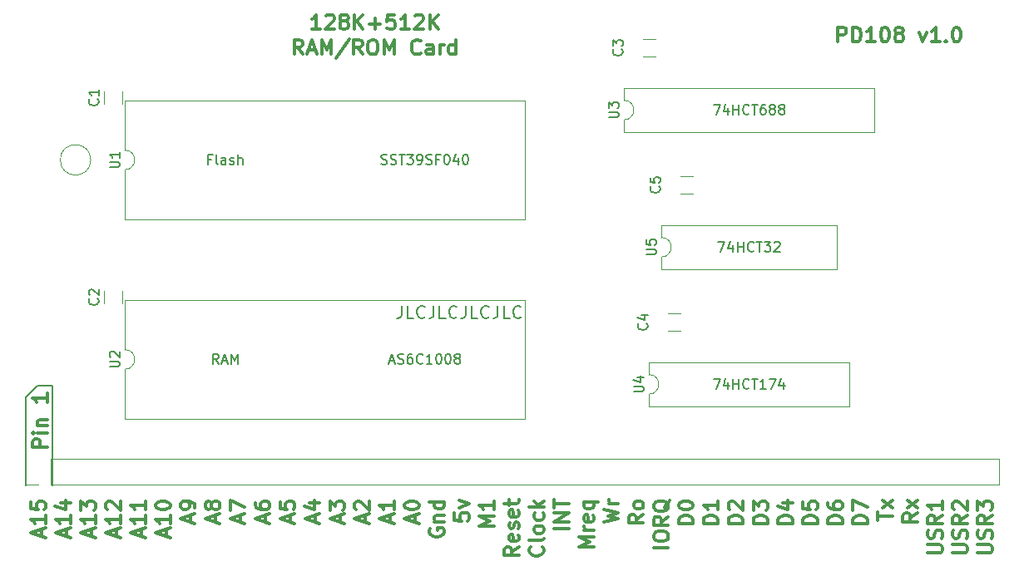
<source format=gbr>
%TF.GenerationSoftware,KiCad,Pcbnew,(5.1.9)-1*%
%TF.CreationDate,2021-02-18T01:59:31-08:00*%
%TF.ProjectId,rc-640k,72632d36-3430-46b2-9e6b-696361645f70,rev?*%
%TF.SameCoordinates,PX9157080PY9071968*%
%TF.FileFunction,Legend,Top*%
%TF.FilePolarity,Positive*%
%FSLAX46Y46*%
G04 Gerber Fmt 4.6, Leading zero omitted, Abs format (unit mm)*
G04 Created by KiCad (PCBNEW (5.1.9)-1) date 2021-02-18 01:59:31*
%MOMM*%
%LPD*%
G01*
G04 APERTURE LIST*
%ADD10C,0.300000*%
%ADD11C,0.150000*%
%ADD12C,0.200000*%
%ADD13C,0.120000*%
%ADD14C,0.100000*%
G04 APERTURE END LIST*
D10*
X82685714Y45371629D02*
X82685714Y46871629D01*
X83257142Y46871629D01*
X83400000Y46800200D01*
X83471428Y46728772D01*
X83542857Y46585915D01*
X83542857Y46371629D01*
X83471428Y46228772D01*
X83400000Y46157343D01*
X83257142Y46085915D01*
X82685714Y46085915D01*
X84185714Y45371629D02*
X84185714Y46871629D01*
X84542857Y46871629D01*
X84757142Y46800200D01*
X84900000Y46657343D01*
X84971428Y46514486D01*
X85042857Y46228772D01*
X85042857Y46014486D01*
X84971428Y45728772D01*
X84900000Y45585915D01*
X84757142Y45443058D01*
X84542857Y45371629D01*
X84185714Y45371629D01*
X86471428Y45371629D02*
X85614285Y45371629D01*
X86042857Y45371629D02*
X86042857Y46871629D01*
X85900000Y46657343D01*
X85757142Y46514486D01*
X85614285Y46443058D01*
X87400000Y46871629D02*
X87542857Y46871629D01*
X87685714Y46800200D01*
X87757142Y46728772D01*
X87828571Y46585915D01*
X87900000Y46300200D01*
X87900000Y45943058D01*
X87828571Y45657343D01*
X87757142Y45514486D01*
X87685714Y45443058D01*
X87542857Y45371629D01*
X87400000Y45371629D01*
X87257142Y45443058D01*
X87185714Y45514486D01*
X87114285Y45657343D01*
X87042857Y45943058D01*
X87042857Y46300200D01*
X87114285Y46585915D01*
X87185714Y46728772D01*
X87257142Y46800200D01*
X87400000Y46871629D01*
X88757142Y46228772D02*
X88614285Y46300200D01*
X88542857Y46371629D01*
X88471428Y46514486D01*
X88471428Y46585915D01*
X88542857Y46728772D01*
X88614285Y46800200D01*
X88757142Y46871629D01*
X89042857Y46871629D01*
X89185714Y46800200D01*
X89257142Y46728772D01*
X89328571Y46585915D01*
X89328571Y46514486D01*
X89257142Y46371629D01*
X89185714Y46300200D01*
X89042857Y46228772D01*
X88757142Y46228772D01*
X88614285Y46157343D01*
X88542857Y46085915D01*
X88471428Y45943058D01*
X88471428Y45657343D01*
X88542857Y45514486D01*
X88614285Y45443058D01*
X88757142Y45371629D01*
X89042857Y45371629D01*
X89185714Y45443058D01*
X89257142Y45514486D01*
X89328571Y45657343D01*
X89328571Y45943058D01*
X89257142Y46085915D01*
X89185714Y46157343D01*
X89042857Y46228772D01*
X90971428Y46371629D02*
X91328571Y45371629D01*
X91685714Y46371629D01*
X93042857Y45371629D02*
X92185714Y45371629D01*
X92614285Y45371629D02*
X92614285Y46871629D01*
X92471428Y46657343D01*
X92328571Y46514486D01*
X92185714Y46443058D01*
X93685714Y45514486D02*
X93757142Y45443058D01*
X93685714Y45371629D01*
X93614285Y45443058D01*
X93685714Y45514486D01*
X93685714Y45371629D01*
X94685714Y46871629D02*
X94828571Y46871629D01*
X94971428Y46800200D01*
X95042857Y46728772D01*
X95114285Y46585915D01*
X95185714Y46300200D01*
X95185714Y45943058D01*
X95114285Y45657343D01*
X95042857Y45514486D01*
X94971428Y45443058D01*
X94828571Y45371629D01*
X94685714Y45371629D01*
X94542857Y45443058D01*
X94471428Y45514486D01*
X94400000Y45657343D01*
X94328571Y45943058D01*
X94328571Y46300200D01*
X94400000Y46585915D01*
X94471428Y46728772D01*
X94542857Y46800200D01*
X94685714Y46871629D01*
D11*
X19629523Y12577820D02*
X19296190Y13054010D01*
X19058095Y12577820D02*
X19058095Y13577820D01*
X19439047Y13577820D01*
X19534285Y13530200D01*
X19581904Y13482581D01*
X19629523Y13387343D01*
X19629523Y13244486D01*
X19581904Y13149248D01*
X19534285Y13101629D01*
X19439047Y13054010D01*
X19058095Y13054010D01*
X20010476Y12863534D02*
X20486666Y12863534D01*
X19915238Y12577820D02*
X20248571Y13577820D01*
X20581904Y12577820D01*
X20915238Y12577820D02*
X20915238Y13577820D01*
X21248571Y12863534D01*
X21581904Y13577820D01*
X21581904Y12577820D01*
X18891428Y33421629D02*
X18558095Y33421629D01*
X18558095Y32897820D02*
X18558095Y33897820D01*
X19034285Y33897820D01*
X19558095Y32897820D02*
X19462857Y32945439D01*
X19415238Y33040677D01*
X19415238Y33897820D01*
X20367619Y32897820D02*
X20367619Y33421629D01*
X20320000Y33516867D01*
X20224761Y33564486D01*
X20034285Y33564486D01*
X19939047Y33516867D01*
X20367619Y32945439D02*
X20272380Y32897820D01*
X20034285Y32897820D01*
X19939047Y32945439D01*
X19891428Y33040677D01*
X19891428Y33135915D01*
X19939047Y33231153D01*
X20034285Y33278772D01*
X20272380Y33278772D01*
X20367619Y33326391D01*
X20796190Y32945439D02*
X20891428Y32897820D01*
X21081904Y32897820D01*
X21177142Y32945439D01*
X21224761Y33040677D01*
X21224761Y33088296D01*
X21177142Y33183534D01*
X21081904Y33231153D01*
X20939047Y33231153D01*
X20843809Y33278772D01*
X20796190Y33374010D01*
X20796190Y33421629D01*
X20843809Y33516867D01*
X20939047Y33564486D01*
X21081904Y33564486D01*
X21177142Y33516867D01*
X21653333Y32897820D02*
X21653333Y33897820D01*
X22081904Y32897820D02*
X22081904Y33421629D01*
X22034285Y33516867D01*
X21939047Y33564486D01*
X21796190Y33564486D01*
X21700952Y33516867D01*
X21653333Y33469248D01*
X38266309Y18488177D02*
X38266309Y17581034D01*
X38205833Y17399605D01*
X38084880Y17278653D01*
X37903452Y17218177D01*
X37782500Y17218177D01*
X39475833Y17218177D02*
X38871071Y17218177D01*
X38871071Y18488177D01*
X40624880Y17339129D02*
X40564404Y17278653D01*
X40382976Y17218177D01*
X40262023Y17218177D01*
X40080595Y17278653D01*
X39959642Y17399605D01*
X39899166Y17520558D01*
X39838690Y17762462D01*
X39838690Y17943891D01*
X39899166Y18185796D01*
X39959642Y18306748D01*
X40080595Y18427700D01*
X40262023Y18488177D01*
X40382976Y18488177D01*
X40564404Y18427700D01*
X40624880Y18367224D01*
X41532023Y18488177D02*
X41532023Y17581034D01*
X41471547Y17399605D01*
X41350595Y17278653D01*
X41169166Y17218177D01*
X41048214Y17218177D01*
X42741547Y17218177D02*
X42136785Y17218177D01*
X42136785Y18488177D01*
X43890595Y17339129D02*
X43830119Y17278653D01*
X43648690Y17218177D01*
X43527738Y17218177D01*
X43346309Y17278653D01*
X43225357Y17399605D01*
X43164880Y17520558D01*
X43104404Y17762462D01*
X43104404Y17943891D01*
X43164880Y18185796D01*
X43225357Y18306748D01*
X43346309Y18427700D01*
X43527738Y18488177D01*
X43648690Y18488177D01*
X43830119Y18427700D01*
X43890595Y18367224D01*
X44797738Y18488177D02*
X44797738Y17581034D01*
X44737261Y17399605D01*
X44616309Y17278653D01*
X44434880Y17218177D01*
X44313928Y17218177D01*
X46007261Y17218177D02*
X45402500Y17218177D01*
X45402500Y18488177D01*
X47156309Y17339129D02*
X47095833Y17278653D01*
X46914404Y17218177D01*
X46793452Y17218177D01*
X46612023Y17278653D01*
X46491071Y17399605D01*
X46430595Y17520558D01*
X46370119Y17762462D01*
X46370119Y17943891D01*
X46430595Y18185796D01*
X46491071Y18306748D01*
X46612023Y18427700D01*
X46793452Y18488177D01*
X46914404Y18488177D01*
X47095833Y18427700D01*
X47156309Y18367224D01*
X48063452Y18488177D02*
X48063452Y17581034D01*
X48002976Y17399605D01*
X47882023Y17278653D01*
X47700595Y17218177D01*
X47579642Y17218177D01*
X49272976Y17218177D02*
X48668214Y17218177D01*
X48668214Y18488177D01*
X50422023Y17339129D02*
X50361547Y17278653D01*
X50180119Y17218177D01*
X50059166Y17218177D01*
X49877738Y17278653D01*
X49756785Y17399605D01*
X49696309Y17520558D01*
X49635833Y17762462D01*
X49635833Y17943891D01*
X49696309Y18185796D01*
X49756785Y18306748D01*
X49877738Y18427700D01*
X50059166Y18488177D01*
X50180119Y18488177D01*
X50361547Y18427700D01*
X50422023Y18367224D01*
D10*
X29988571Y46646629D02*
X29131428Y46646629D01*
X29560000Y46646629D02*
X29560000Y48146629D01*
X29417142Y47932343D01*
X29274285Y47789486D01*
X29131428Y47718058D01*
X30560000Y48003772D02*
X30631428Y48075200D01*
X30774285Y48146629D01*
X31131428Y48146629D01*
X31274285Y48075200D01*
X31345714Y48003772D01*
X31417142Y47860915D01*
X31417142Y47718058D01*
X31345714Y47503772D01*
X30488571Y46646629D01*
X31417142Y46646629D01*
X32274285Y47503772D02*
X32131428Y47575200D01*
X32060000Y47646629D01*
X31988571Y47789486D01*
X31988571Y47860915D01*
X32060000Y48003772D01*
X32131428Y48075200D01*
X32274285Y48146629D01*
X32560000Y48146629D01*
X32702857Y48075200D01*
X32774285Y48003772D01*
X32845714Y47860915D01*
X32845714Y47789486D01*
X32774285Y47646629D01*
X32702857Y47575200D01*
X32560000Y47503772D01*
X32274285Y47503772D01*
X32131428Y47432343D01*
X32060000Y47360915D01*
X31988571Y47218058D01*
X31988571Y46932343D01*
X32060000Y46789486D01*
X32131428Y46718058D01*
X32274285Y46646629D01*
X32560000Y46646629D01*
X32702857Y46718058D01*
X32774285Y46789486D01*
X32845714Y46932343D01*
X32845714Y47218058D01*
X32774285Y47360915D01*
X32702857Y47432343D01*
X32560000Y47503772D01*
X33488571Y46646629D02*
X33488571Y48146629D01*
X34345714Y46646629D02*
X33702857Y47503772D01*
X34345714Y48146629D02*
X33488571Y47289486D01*
X34988571Y47218058D02*
X36131428Y47218058D01*
X35560000Y46646629D02*
X35560000Y47789486D01*
X37560000Y48146629D02*
X36845714Y48146629D01*
X36774285Y47432343D01*
X36845714Y47503772D01*
X36988571Y47575200D01*
X37345714Y47575200D01*
X37488571Y47503772D01*
X37560000Y47432343D01*
X37631428Y47289486D01*
X37631428Y46932343D01*
X37560000Y46789486D01*
X37488571Y46718058D01*
X37345714Y46646629D01*
X36988571Y46646629D01*
X36845714Y46718058D01*
X36774285Y46789486D01*
X39060000Y46646629D02*
X38202857Y46646629D01*
X38631428Y46646629D02*
X38631428Y48146629D01*
X38488571Y47932343D01*
X38345714Y47789486D01*
X38202857Y47718058D01*
X39631428Y48003772D02*
X39702857Y48075200D01*
X39845714Y48146629D01*
X40202857Y48146629D01*
X40345714Y48075200D01*
X40417142Y48003772D01*
X40488571Y47860915D01*
X40488571Y47718058D01*
X40417142Y47503772D01*
X39560000Y46646629D01*
X40488571Y46646629D01*
X41131428Y46646629D02*
X41131428Y48146629D01*
X41988571Y46646629D02*
X41345714Y47503772D01*
X41988571Y48146629D02*
X41131428Y47289486D01*
X28202857Y44096629D02*
X27702857Y44810915D01*
X27345714Y44096629D02*
X27345714Y45596629D01*
X27917142Y45596629D01*
X28060000Y45525200D01*
X28131428Y45453772D01*
X28202857Y45310915D01*
X28202857Y45096629D01*
X28131428Y44953772D01*
X28060000Y44882343D01*
X27917142Y44810915D01*
X27345714Y44810915D01*
X28774285Y44525200D02*
X29488571Y44525200D01*
X28631428Y44096629D02*
X29131428Y45596629D01*
X29631428Y44096629D01*
X30131428Y44096629D02*
X30131428Y45596629D01*
X30631428Y44525200D01*
X31131428Y45596629D01*
X31131428Y44096629D01*
X32917142Y45668058D02*
X31631428Y43739486D01*
X34274285Y44096629D02*
X33774285Y44810915D01*
X33417142Y44096629D02*
X33417142Y45596629D01*
X33988571Y45596629D01*
X34131428Y45525200D01*
X34202857Y45453772D01*
X34274285Y45310915D01*
X34274285Y45096629D01*
X34202857Y44953772D01*
X34131428Y44882343D01*
X33988571Y44810915D01*
X33417142Y44810915D01*
X35202857Y45596629D02*
X35488571Y45596629D01*
X35631428Y45525200D01*
X35774285Y45382343D01*
X35845714Y45096629D01*
X35845714Y44596629D01*
X35774285Y44310915D01*
X35631428Y44168058D01*
X35488571Y44096629D01*
X35202857Y44096629D01*
X35060000Y44168058D01*
X34917142Y44310915D01*
X34845714Y44596629D01*
X34845714Y45096629D01*
X34917142Y45382343D01*
X35060000Y45525200D01*
X35202857Y45596629D01*
X36488571Y44096629D02*
X36488571Y45596629D01*
X36988571Y44525200D01*
X37488571Y45596629D01*
X37488571Y44096629D01*
X40202857Y44239486D02*
X40131428Y44168058D01*
X39917142Y44096629D01*
X39774285Y44096629D01*
X39560000Y44168058D01*
X39417142Y44310915D01*
X39345714Y44453772D01*
X39274285Y44739486D01*
X39274285Y44953772D01*
X39345714Y45239486D01*
X39417142Y45382343D01*
X39560000Y45525200D01*
X39774285Y45596629D01*
X39917142Y45596629D01*
X40131428Y45525200D01*
X40202857Y45453772D01*
X41488571Y44096629D02*
X41488571Y44882343D01*
X41417142Y45025200D01*
X41274285Y45096629D01*
X40988571Y45096629D01*
X40845714Y45025200D01*
X41488571Y44168058D02*
X41345714Y44096629D01*
X40988571Y44096629D01*
X40845714Y44168058D01*
X40774285Y44310915D01*
X40774285Y44453772D01*
X40845714Y44596629D01*
X40988571Y44668058D01*
X41345714Y44668058D01*
X41488571Y44739486D01*
X42202857Y44096629D02*
X42202857Y45096629D01*
X42202857Y44810915D02*
X42274285Y44953772D01*
X42345714Y45025200D01*
X42488571Y45096629D01*
X42631428Y45096629D01*
X43774285Y44096629D02*
X43774285Y45596629D01*
X43774285Y44168058D02*
X43631428Y44096629D01*
X43345714Y44096629D01*
X43202857Y44168058D01*
X43131428Y44239486D01*
X43060000Y44382343D01*
X43060000Y44810915D01*
X43131428Y44953772D01*
X43202857Y45025200D01*
X43345714Y45096629D01*
X43631428Y45096629D01*
X43774285Y45025200D01*
X1613333Y-4991942D02*
X1613333Y-4277657D01*
X2039047Y-5134800D02*
X549047Y-4634800D01*
X2039047Y-4134800D01*
X2039047Y-2849085D02*
X2039047Y-3706228D01*
X2039047Y-3277657D02*
X549047Y-3277657D01*
X761904Y-3420514D01*
X903809Y-3563371D01*
X974761Y-3706228D01*
X549047Y-1491942D02*
X549047Y-2206228D01*
X1258571Y-2277657D01*
X1187619Y-2206228D01*
X1116666Y-2063371D01*
X1116666Y-1706228D01*
X1187619Y-1563371D01*
X1258571Y-1491942D01*
X1400476Y-1420514D01*
X1755238Y-1420514D01*
X1897142Y-1491942D01*
X1968095Y-1563371D01*
X2039047Y-1706228D01*
X2039047Y-2063371D01*
X1968095Y-2206228D01*
X1897142Y-2277657D01*
X4148333Y-4991942D02*
X4148333Y-4277657D01*
X4574047Y-5134800D02*
X3084047Y-4634800D01*
X4574047Y-4134800D01*
X4574047Y-2849085D02*
X4574047Y-3706228D01*
X4574047Y-3277657D02*
X3084047Y-3277657D01*
X3296904Y-3420514D01*
X3438809Y-3563371D01*
X3509761Y-3706228D01*
X3580714Y-1563371D02*
X4574047Y-1563371D01*
X3013095Y-1920514D02*
X4077380Y-2277657D01*
X4077380Y-1349085D01*
X6683333Y-4991942D02*
X6683333Y-4277657D01*
X7109047Y-5134800D02*
X5619047Y-4634800D01*
X7109047Y-4134800D01*
X7109047Y-2849085D02*
X7109047Y-3706228D01*
X7109047Y-3277657D02*
X5619047Y-3277657D01*
X5831904Y-3420514D01*
X5973809Y-3563371D01*
X6044761Y-3706228D01*
X5619047Y-2349085D02*
X5619047Y-1420514D01*
X6186666Y-1920514D01*
X6186666Y-1706228D01*
X6257619Y-1563371D01*
X6328571Y-1491942D01*
X6470476Y-1420514D01*
X6825238Y-1420514D01*
X6967142Y-1491942D01*
X7038095Y-1563371D01*
X7109047Y-1706228D01*
X7109047Y-2134800D01*
X7038095Y-2277657D01*
X6967142Y-2349085D01*
X9218333Y-4991942D02*
X9218333Y-4277657D01*
X9644047Y-5134800D02*
X8154047Y-4634800D01*
X9644047Y-4134800D01*
X9644047Y-2849085D02*
X9644047Y-3706228D01*
X9644047Y-3277657D02*
X8154047Y-3277657D01*
X8366904Y-3420514D01*
X8508809Y-3563371D01*
X8579761Y-3706228D01*
X8295952Y-2277657D02*
X8225000Y-2206228D01*
X8154047Y-2063371D01*
X8154047Y-1706228D01*
X8225000Y-1563371D01*
X8295952Y-1491942D01*
X8437857Y-1420514D01*
X8579761Y-1420514D01*
X8792619Y-1491942D01*
X9644047Y-2349085D01*
X9644047Y-1420514D01*
X11753333Y-4991942D02*
X11753333Y-4277657D01*
X12179047Y-5134800D02*
X10689047Y-4634800D01*
X12179047Y-4134800D01*
X12179047Y-2849085D02*
X12179047Y-3706228D01*
X12179047Y-3277657D02*
X10689047Y-3277657D01*
X10901904Y-3420514D01*
X11043809Y-3563371D01*
X11114761Y-3706228D01*
X12179047Y-1420514D02*
X12179047Y-2277657D01*
X12179047Y-1849085D02*
X10689047Y-1849085D01*
X10901904Y-1991942D01*
X11043809Y-2134800D01*
X11114761Y-2277657D01*
X14288333Y-4991942D02*
X14288333Y-4277657D01*
X14714047Y-5134800D02*
X13224047Y-4634800D01*
X14714047Y-4134800D01*
X14714047Y-2849085D02*
X14714047Y-3706228D01*
X14714047Y-3277657D02*
X13224047Y-3277657D01*
X13436904Y-3420514D01*
X13578809Y-3563371D01*
X13649761Y-3706228D01*
X13224047Y-1920514D02*
X13224047Y-1777657D01*
X13295000Y-1634800D01*
X13365952Y-1563371D01*
X13507857Y-1491942D01*
X13791666Y-1420514D01*
X14146428Y-1420514D01*
X14430238Y-1491942D01*
X14572142Y-1563371D01*
X14643095Y-1634800D01*
X14714047Y-1777657D01*
X14714047Y-1920514D01*
X14643095Y-2063371D01*
X14572142Y-2134800D01*
X14430238Y-2206228D01*
X14146428Y-2277657D01*
X13791666Y-2277657D01*
X13507857Y-2206228D01*
X13365952Y-2134800D01*
X13295000Y-2063371D01*
X13224047Y-1920514D01*
X16823333Y-3563371D02*
X16823333Y-2849085D01*
X17249047Y-3706228D02*
X15759047Y-3206228D01*
X17249047Y-2706228D01*
X17249047Y-2134800D02*
X17249047Y-1849085D01*
X17178095Y-1706228D01*
X17107142Y-1634800D01*
X16894285Y-1491942D01*
X16610476Y-1420514D01*
X16042857Y-1420514D01*
X15900952Y-1491942D01*
X15830000Y-1563371D01*
X15759047Y-1706228D01*
X15759047Y-1991942D01*
X15830000Y-2134800D01*
X15900952Y-2206228D01*
X16042857Y-2277657D01*
X16397619Y-2277657D01*
X16539523Y-2206228D01*
X16610476Y-2134800D01*
X16681428Y-1991942D01*
X16681428Y-1706228D01*
X16610476Y-1563371D01*
X16539523Y-1491942D01*
X16397619Y-1420514D01*
X19358333Y-3563371D02*
X19358333Y-2849085D01*
X19784047Y-3706228D02*
X18294047Y-3206228D01*
X19784047Y-2706228D01*
X18932619Y-1991942D02*
X18861666Y-2134800D01*
X18790714Y-2206228D01*
X18648809Y-2277657D01*
X18577857Y-2277657D01*
X18435952Y-2206228D01*
X18365000Y-2134800D01*
X18294047Y-1991942D01*
X18294047Y-1706228D01*
X18365000Y-1563371D01*
X18435952Y-1491942D01*
X18577857Y-1420514D01*
X18648809Y-1420514D01*
X18790714Y-1491942D01*
X18861666Y-1563371D01*
X18932619Y-1706228D01*
X18932619Y-1991942D01*
X19003571Y-2134800D01*
X19074523Y-2206228D01*
X19216428Y-2277657D01*
X19500238Y-2277657D01*
X19642142Y-2206228D01*
X19713095Y-2134800D01*
X19784047Y-1991942D01*
X19784047Y-1706228D01*
X19713095Y-1563371D01*
X19642142Y-1491942D01*
X19500238Y-1420514D01*
X19216428Y-1420514D01*
X19074523Y-1491942D01*
X19003571Y-1563371D01*
X18932619Y-1706228D01*
X21893333Y-3563371D02*
X21893333Y-2849085D01*
X22319047Y-3706228D02*
X20829047Y-3206228D01*
X22319047Y-2706228D01*
X20829047Y-2349085D02*
X20829047Y-1349085D01*
X22319047Y-1991942D01*
X24428333Y-3563371D02*
X24428333Y-2849085D01*
X24854047Y-3706228D02*
X23364047Y-3206228D01*
X24854047Y-2706228D01*
X23364047Y-1563371D02*
X23364047Y-1849085D01*
X23435000Y-1991942D01*
X23505952Y-2063371D01*
X23718809Y-2206228D01*
X24002619Y-2277657D01*
X24570238Y-2277657D01*
X24712142Y-2206228D01*
X24783095Y-2134800D01*
X24854047Y-1991942D01*
X24854047Y-1706228D01*
X24783095Y-1563371D01*
X24712142Y-1491942D01*
X24570238Y-1420514D01*
X24215476Y-1420514D01*
X24073571Y-1491942D01*
X24002619Y-1563371D01*
X23931666Y-1706228D01*
X23931666Y-1991942D01*
X24002619Y-2134800D01*
X24073571Y-2206228D01*
X24215476Y-2277657D01*
X26963333Y-3563371D02*
X26963333Y-2849085D01*
X27389047Y-3706228D02*
X25899047Y-3206228D01*
X27389047Y-2706228D01*
X25899047Y-1491942D02*
X25899047Y-2206228D01*
X26608571Y-2277657D01*
X26537619Y-2206228D01*
X26466666Y-2063371D01*
X26466666Y-1706228D01*
X26537619Y-1563371D01*
X26608571Y-1491942D01*
X26750476Y-1420514D01*
X27105238Y-1420514D01*
X27247142Y-1491942D01*
X27318095Y-1563371D01*
X27389047Y-1706228D01*
X27389047Y-2063371D01*
X27318095Y-2206228D01*
X27247142Y-2277657D01*
X29498333Y-3563371D02*
X29498333Y-2849085D01*
X29924047Y-3706228D02*
X28434047Y-3206228D01*
X29924047Y-2706228D01*
X28930714Y-1563371D02*
X29924047Y-1563371D01*
X28363095Y-1920514D02*
X29427380Y-2277657D01*
X29427380Y-1349085D01*
X32033333Y-3563371D02*
X32033333Y-2849085D01*
X32459047Y-3706228D02*
X30969047Y-3206228D01*
X32459047Y-2706228D01*
X30969047Y-2349085D02*
X30969047Y-1420514D01*
X31536666Y-1920514D01*
X31536666Y-1706228D01*
X31607619Y-1563371D01*
X31678571Y-1491942D01*
X31820476Y-1420514D01*
X32175238Y-1420514D01*
X32317142Y-1491942D01*
X32388095Y-1563371D01*
X32459047Y-1706228D01*
X32459047Y-2134800D01*
X32388095Y-2277657D01*
X32317142Y-2349085D01*
X34568333Y-3563371D02*
X34568333Y-2849085D01*
X34994047Y-3706228D02*
X33504047Y-3206228D01*
X34994047Y-2706228D01*
X33645952Y-2277657D02*
X33575000Y-2206228D01*
X33504047Y-2063371D01*
X33504047Y-1706228D01*
X33575000Y-1563371D01*
X33645952Y-1491942D01*
X33787857Y-1420514D01*
X33929761Y-1420514D01*
X34142619Y-1491942D01*
X34994047Y-2349085D01*
X34994047Y-1420514D01*
X37103333Y-3563371D02*
X37103333Y-2849085D01*
X37529047Y-3706228D02*
X36039047Y-3206228D01*
X37529047Y-2706228D01*
X37529047Y-1420514D02*
X37529047Y-2277657D01*
X37529047Y-1849085D02*
X36039047Y-1849085D01*
X36251904Y-1991942D01*
X36393809Y-2134800D01*
X36464761Y-2277657D01*
X39638333Y-3563371D02*
X39638333Y-2849085D01*
X40064047Y-3706228D02*
X38574047Y-3206228D01*
X40064047Y-2706228D01*
X38574047Y-1920514D02*
X38574047Y-1777657D01*
X38645000Y-1634800D01*
X38715952Y-1563371D01*
X38857857Y-1491942D01*
X39141666Y-1420514D01*
X39496428Y-1420514D01*
X39780238Y-1491942D01*
X39922142Y-1563371D01*
X39993095Y-1634800D01*
X40064047Y-1777657D01*
X40064047Y-1920514D01*
X39993095Y-2063371D01*
X39922142Y-2134800D01*
X39780238Y-2206228D01*
X39496428Y-2277657D01*
X39141666Y-2277657D01*
X38857857Y-2206228D01*
X38715952Y-2134800D01*
X38645000Y-2063371D01*
X38574047Y-1920514D01*
X41180000Y-4206228D02*
X41109047Y-4349085D01*
X41109047Y-4563371D01*
X41180000Y-4777657D01*
X41321904Y-4920514D01*
X41463809Y-4991942D01*
X41747619Y-5063371D01*
X41960476Y-5063371D01*
X42244285Y-4991942D01*
X42386190Y-4920514D01*
X42528095Y-4777657D01*
X42599047Y-4563371D01*
X42599047Y-4420514D01*
X42528095Y-4206228D01*
X42457142Y-4134800D01*
X41960476Y-4134800D01*
X41960476Y-4420514D01*
X41605714Y-3491942D02*
X42599047Y-3491942D01*
X41747619Y-3491942D02*
X41676666Y-3420514D01*
X41605714Y-3277657D01*
X41605714Y-3063371D01*
X41676666Y-2920514D01*
X41818571Y-2849085D01*
X42599047Y-2849085D01*
X42599047Y-1491942D02*
X41109047Y-1491942D01*
X42528095Y-1491942D02*
X42599047Y-1634800D01*
X42599047Y-1920514D01*
X42528095Y-2063371D01*
X42457142Y-2134800D01*
X42315238Y-2206228D01*
X41889523Y-2206228D01*
X41747619Y-2134800D01*
X41676666Y-2063371D01*
X41605714Y-1920514D01*
X41605714Y-1634800D01*
X41676666Y-1491942D01*
X43644047Y-2634800D02*
X43644047Y-3349085D01*
X44353571Y-3420514D01*
X44282619Y-3349085D01*
X44211666Y-3206228D01*
X44211666Y-2849085D01*
X44282619Y-2706228D01*
X44353571Y-2634800D01*
X44495476Y-2563371D01*
X44850238Y-2563371D01*
X44992142Y-2634800D01*
X45063095Y-2706228D01*
X45134047Y-2849085D01*
X45134047Y-3206228D01*
X45063095Y-3349085D01*
X44992142Y-3420514D01*
X44140714Y-2063371D02*
X45134047Y-1706228D01*
X44140714Y-1349085D01*
X47669047Y-3920514D02*
X46179047Y-3920514D01*
X47243333Y-3420514D01*
X46179047Y-2920514D01*
X47669047Y-2920514D01*
X47669047Y-1420514D02*
X47669047Y-2277657D01*
X47669047Y-1849085D02*
X46179047Y-1849085D01*
X46391904Y-1991942D01*
X46533809Y-2134800D01*
X46604761Y-2277657D01*
X50204047Y-6063371D02*
X49494523Y-6563371D01*
X50204047Y-6920514D02*
X48714047Y-6920514D01*
X48714047Y-6349085D01*
X48785000Y-6206228D01*
X48855952Y-6134800D01*
X48997857Y-6063371D01*
X49210714Y-6063371D01*
X49352619Y-6134800D01*
X49423571Y-6206228D01*
X49494523Y-6349085D01*
X49494523Y-6920514D01*
X50133095Y-4849085D02*
X50204047Y-4991942D01*
X50204047Y-5277657D01*
X50133095Y-5420514D01*
X49991190Y-5491942D01*
X49423571Y-5491942D01*
X49281666Y-5420514D01*
X49210714Y-5277657D01*
X49210714Y-4991942D01*
X49281666Y-4849085D01*
X49423571Y-4777657D01*
X49565476Y-4777657D01*
X49707380Y-5491942D01*
X50133095Y-4206228D02*
X50204047Y-4063371D01*
X50204047Y-3777657D01*
X50133095Y-3634800D01*
X49991190Y-3563371D01*
X49920238Y-3563371D01*
X49778333Y-3634800D01*
X49707380Y-3777657D01*
X49707380Y-3991942D01*
X49636428Y-4134800D01*
X49494523Y-4206228D01*
X49423571Y-4206228D01*
X49281666Y-4134800D01*
X49210714Y-3991942D01*
X49210714Y-3777657D01*
X49281666Y-3634800D01*
X50133095Y-2349085D02*
X50204047Y-2491942D01*
X50204047Y-2777657D01*
X50133095Y-2920514D01*
X49991190Y-2991942D01*
X49423571Y-2991942D01*
X49281666Y-2920514D01*
X49210714Y-2777657D01*
X49210714Y-2491942D01*
X49281666Y-2349085D01*
X49423571Y-2277657D01*
X49565476Y-2277657D01*
X49707380Y-2991942D01*
X49210714Y-1849085D02*
X49210714Y-1277657D01*
X48714047Y-1634800D02*
X49991190Y-1634800D01*
X50133095Y-1563371D01*
X50204047Y-1420514D01*
X50204047Y-1277657D01*
X52597142Y-6063371D02*
X52668095Y-6134800D01*
X52739047Y-6349085D01*
X52739047Y-6491942D01*
X52668095Y-6706228D01*
X52526190Y-6849085D01*
X52384285Y-6920514D01*
X52100476Y-6991942D01*
X51887619Y-6991942D01*
X51603809Y-6920514D01*
X51461904Y-6849085D01*
X51320000Y-6706228D01*
X51249047Y-6491942D01*
X51249047Y-6349085D01*
X51320000Y-6134800D01*
X51390952Y-6063371D01*
X52739047Y-5206228D02*
X52668095Y-5349085D01*
X52526190Y-5420514D01*
X51249047Y-5420514D01*
X52739047Y-4420514D02*
X52668095Y-4563371D01*
X52597142Y-4634800D01*
X52455238Y-4706228D01*
X52029523Y-4706228D01*
X51887619Y-4634800D01*
X51816666Y-4563371D01*
X51745714Y-4420514D01*
X51745714Y-4206228D01*
X51816666Y-4063371D01*
X51887619Y-3991942D01*
X52029523Y-3920514D01*
X52455238Y-3920514D01*
X52597142Y-3991942D01*
X52668095Y-4063371D01*
X52739047Y-4206228D01*
X52739047Y-4420514D01*
X52668095Y-2634800D02*
X52739047Y-2777657D01*
X52739047Y-3063371D01*
X52668095Y-3206228D01*
X52597142Y-3277657D01*
X52455238Y-3349085D01*
X52029523Y-3349085D01*
X51887619Y-3277657D01*
X51816666Y-3206228D01*
X51745714Y-3063371D01*
X51745714Y-2777657D01*
X51816666Y-2634800D01*
X52739047Y-1991942D02*
X51249047Y-1991942D01*
X52171428Y-1849085D02*
X52739047Y-1420514D01*
X51745714Y-1420514D02*
X52313333Y-1991942D01*
X55274047Y-4206228D02*
X53784047Y-4206228D01*
X55274047Y-3491942D02*
X53784047Y-3491942D01*
X55274047Y-2634800D01*
X53784047Y-2634800D01*
X53784047Y-2134800D02*
X53784047Y-1277657D01*
X55274047Y-1706228D02*
X53784047Y-1706228D01*
X57809047Y-6063371D02*
X56319047Y-6063371D01*
X57383333Y-5563371D01*
X56319047Y-5063371D01*
X57809047Y-5063371D01*
X57809047Y-4349085D02*
X56815714Y-4349085D01*
X57099523Y-4349085D02*
X56957619Y-4277657D01*
X56886666Y-4206228D01*
X56815714Y-4063371D01*
X56815714Y-3920514D01*
X57738095Y-2849085D02*
X57809047Y-2991942D01*
X57809047Y-3277657D01*
X57738095Y-3420514D01*
X57596190Y-3491942D01*
X57028571Y-3491942D01*
X56886666Y-3420514D01*
X56815714Y-3277657D01*
X56815714Y-2991942D01*
X56886666Y-2849085D01*
X57028571Y-2777657D01*
X57170476Y-2777657D01*
X57312380Y-3491942D01*
X56815714Y-1491942D02*
X58305714Y-1491942D01*
X57738095Y-1491942D02*
X57809047Y-1634800D01*
X57809047Y-1920514D01*
X57738095Y-2063371D01*
X57667142Y-2134800D01*
X57525238Y-2206228D01*
X57099523Y-2206228D01*
X56957619Y-2134800D01*
X56886666Y-2063371D01*
X56815714Y-1920514D01*
X56815714Y-1634800D01*
X56886666Y-1491942D01*
X58854047Y-3563371D02*
X60344047Y-3206228D01*
X59279761Y-2920514D01*
X60344047Y-2634800D01*
X58854047Y-2277657D01*
X60344047Y-1706228D02*
X59350714Y-1706228D01*
X59634523Y-1706228D02*
X59492619Y-1634800D01*
X59421666Y-1563371D01*
X59350714Y-1420514D01*
X59350714Y-1277657D01*
X62879047Y-2777657D02*
X62169523Y-3277657D01*
X62879047Y-3634800D02*
X61389047Y-3634800D01*
X61389047Y-3063371D01*
X61460000Y-2920514D01*
X61530952Y-2849085D01*
X61672857Y-2777657D01*
X61885714Y-2777657D01*
X62027619Y-2849085D01*
X62098571Y-2920514D01*
X62169523Y-3063371D01*
X62169523Y-3634800D01*
X62879047Y-1920514D02*
X62808095Y-2063371D01*
X62737142Y-2134800D01*
X62595238Y-2206228D01*
X62169523Y-2206228D01*
X62027619Y-2134800D01*
X61956666Y-2063371D01*
X61885714Y-1920514D01*
X61885714Y-1706228D01*
X61956666Y-1563371D01*
X62027619Y-1491942D01*
X62169523Y-1420514D01*
X62595238Y-1420514D01*
X62737142Y-1491942D01*
X62808095Y-1563371D01*
X62879047Y-1706228D01*
X62879047Y-1920514D01*
X65414047Y-6134800D02*
X63924047Y-6134800D01*
X63924047Y-5134800D02*
X63924047Y-4849085D01*
X63995000Y-4706228D01*
X64136904Y-4563371D01*
X64420714Y-4491942D01*
X64917380Y-4491942D01*
X65201190Y-4563371D01*
X65343095Y-4706228D01*
X65414047Y-4849085D01*
X65414047Y-5134800D01*
X65343095Y-5277657D01*
X65201190Y-5420514D01*
X64917380Y-5491942D01*
X64420714Y-5491942D01*
X64136904Y-5420514D01*
X63995000Y-5277657D01*
X63924047Y-5134800D01*
X65414047Y-2991942D02*
X64704523Y-3491942D01*
X65414047Y-3849085D02*
X63924047Y-3849085D01*
X63924047Y-3277657D01*
X63995000Y-3134800D01*
X64065952Y-3063371D01*
X64207857Y-2991942D01*
X64420714Y-2991942D01*
X64562619Y-3063371D01*
X64633571Y-3134800D01*
X64704523Y-3277657D01*
X64704523Y-3849085D01*
X65555952Y-1349085D02*
X65485000Y-1491942D01*
X65343095Y-1634800D01*
X65130238Y-1849085D01*
X65059285Y-1991942D01*
X65059285Y-2134800D01*
X65414047Y-2063371D02*
X65343095Y-2206228D01*
X65201190Y-2349085D01*
X64917380Y-2420514D01*
X64420714Y-2420514D01*
X64136904Y-2349085D01*
X63995000Y-2206228D01*
X63924047Y-2063371D01*
X63924047Y-1777657D01*
X63995000Y-1634800D01*
X64136904Y-1491942D01*
X64420714Y-1420514D01*
X64917380Y-1420514D01*
X65201190Y-1491942D01*
X65343095Y-1634800D01*
X65414047Y-1777657D01*
X65414047Y-2063371D01*
X67949047Y-3706228D02*
X66459047Y-3706228D01*
X66459047Y-3349085D01*
X66530000Y-3134800D01*
X66671904Y-2991942D01*
X66813809Y-2920514D01*
X67097619Y-2849085D01*
X67310476Y-2849085D01*
X67594285Y-2920514D01*
X67736190Y-2991942D01*
X67878095Y-3134800D01*
X67949047Y-3349085D01*
X67949047Y-3706228D01*
X66459047Y-1920514D02*
X66459047Y-1777657D01*
X66530000Y-1634800D01*
X66600952Y-1563371D01*
X66742857Y-1491942D01*
X67026666Y-1420514D01*
X67381428Y-1420514D01*
X67665238Y-1491942D01*
X67807142Y-1563371D01*
X67878095Y-1634800D01*
X67949047Y-1777657D01*
X67949047Y-1920514D01*
X67878095Y-2063371D01*
X67807142Y-2134800D01*
X67665238Y-2206228D01*
X67381428Y-2277657D01*
X67026666Y-2277657D01*
X66742857Y-2206228D01*
X66600952Y-2134800D01*
X66530000Y-2063371D01*
X66459047Y-1920514D01*
X70484047Y-3706228D02*
X68994047Y-3706228D01*
X68994047Y-3349085D01*
X69065000Y-3134800D01*
X69206904Y-2991942D01*
X69348809Y-2920514D01*
X69632619Y-2849085D01*
X69845476Y-2849085D01*
X70129285Y-2920514D01*
X70271190Y-2991942D01*
X70413095Y-3134800D01*
X70484047Y-3349085D01*
X70484047Y-3706228D01*
X70484047Y-1420514D02*
X70484047Y-2277657D01*
X70484047Y-1849085D02*
X68994047Y-1849085D01*
X69206904Y-1991942D01*
X69348809Y-2134800D01*
X69419761Y-2277657D01*
X73019047Y-3706228D02*
X71529047Y-3706228D01*
X71529047Y-3349085D01*
X71600000Y-3134800D01*
X71741904Y-2991942D01*
X71883809Y-2920514D01*
X72167619Y-2849085D01*
X72380476Y-2849085D01*
X72664285Y-2920514D01*
X72806190Y-2991942D01*
X72948095Y-3134800D01*
X73019047Y-3349085D01*
X73019047Y-3706228D01*
X71670952Y-2277657D02*
X71600000Y-2206228D01*
X71529047Y-2063371D01*
X71529047Y-1706228D01*
X71600000Y-1563371D01*
X71670952Y-1491942D01*
X71812857Y-1420514D01*
X71954761Y-1420514D01*
X72167619Y-1491942D01*
X73019047Y-2349085D01*
X73019047Y-1420514D01*
X75554047Y-3706228D02*
X74064047Y-3706228D01*
X74064047Y-3349085D01*
X74135000Y-3134800D01*
X74276904Y-2991942D01*
X74418809Y-2920514D01*
X74702619Y-2849085D01*
X74915476Y-2849085D01*
X75199285Y-2920514D01*
X75341190Y-2991942D01*
X75483095Y-3134800D01*
X75554047Y-3349085D01*
X75554047Y-3706228D01*
X74064047Y-2349085D02*
X74064047Y-1420514D01*
X74631666Y-1920514D01*
X74631666Y-1706228D01*
X74702619Y-1563371D01*
X74773571Y-1491942D01*
X74915476Y-1420514D01*
X75270238Y-1420514D01*
X75412142Y-1491942D01*
X75483095Y-1563371D01*
X75554047Y-1706228D01*
X75554047Y-2134800D01*
X75483095Y-2277657D01*
X75412142Y-2349085D01*
X78089047Y-3706228D02*
X76599047Y-3706228D01*
X76599047Y-3349085D01*
X76670000Y-3134800D01*
X76811904Y-2991942D01*
X76953809Y-2920514D01*
X77237619Y-2849085D01*
X77450476Y-2849085D01*
X77734285Y-2920514D01*
X77876190Y-2991942D01*
X78018095Y-3134800D01*
X78089047Y-3349085D01*
X78089047Y-3706228D01*
X77095714Y-1563371D02*
X78089047Y-1563371D01*
X76528095Y-1920514D02*
X77592380Y-2277657D01*
X77592380Y-1349085D01*
X80624047Y-3706228D02*
X79134047Y-3706228D01*
X79134047Y-3349085D01*
X79205000Y-3134800D01*
X79346904Y-2991942D01*
X79488809Y-2920514D01*
X79772619Y-2849085D01*
X79985476Y-2849085D01*
X80269285Y-2920514D01*
X80411190Y-2991942D01*
X80553095Y-3134800D01*
X80624047Y-3349085D01*
X80624047Y-3706228D01*
X79134047Y-1491942D02*
X79134047Y-2206228D01*
X79843571Y-2277657D01*
X79772619Y-2206228D01*
X79701666Y-2063371D01*
X79701666Y-1706228D01*
X79772619Y-1563371D01*
X79843571Y-1491942D01*
X79985476Y-1420514D01*
X80340238Y-1420514D01*
X80482142Y-1491942D01*
X80553095Y-1563371D01*
X80624047Y-1706228D01*
X80624047Y-2063371D01*
X80553095Y-2206228D01*
X80482142Y-2277657D01*
X83159047Y-3706228D02*
X81669047Y-3706228D01*
X81669047Y-3349085D01*
X81740000Y-3134800D01*
X81881904Y-2991942D01*
X82023809Y-2920514D01*
X82307619Y-2849085D01*
X82520476Y-2849085D01*
X82804285Y-2920514D01*
X82946190Y-2991942D01*
X83088095Y-3134800D01*
X83159047Y-3349085D01*
X83159047Y-3706228D01*
X81669047Y-1563371D02*
X81669047Y-1849085D01*
X81740000Y-1991942D01*
X81810952Y-2063371D01*
X82023809Y-2206228D01*
X82307619Y-2277657D01*
X82875238Y-2277657D01*
X83017142Y-2206228D01*
X83088095Y-2134800D01*
X83159047Y-1991942D01*
X83159047Y-1706228D01*
X83088095Y-1563371D01*
X83017142Y-1491942D01*
X82875238Y-1420514D01*
X82520476Y-1420514D01*
X82378571Y-1491942D01*
X82307619Y-1563371D01*
X82236666Y-1706228D01*
X82236666Y-1991942D01*
X82307619Y-2134800D01*
X82378571Y-2206228D01*
X82520476Y-2277657D01*
X85694047Y-3706228D02*
X84204047Y-3706228D01*
X84204047Y-3349085D01*
X84275000Y-3134800D01*
X84416904Y-2991942D01*
X84558809Y-2920514D01*
X84842619Y-2849085D01*
X85055476Y-2849085D01*
X85339285Y-2920514D01*
X85481190Y-2991942D01*
X85623095Y-3134800D01*
X85694047Y-3349085D01*
X85694047Y-3706228D01*
X84204047Y-2349085D02*
X84204047Y-1349085D01*
X85694047Y-1991942D01*
X86739047Y-3349085D02*
X86739047Y-2491942D01*
X88229047Y-2920514D02*
X86739047Y-2920514D01*
X88229047Y-2134800D02*
X87235714Y-1349085D01*
X87235714Y-2134800D02*
X88229047Y-1349085D01*
X90764047Y-2634800D02*
X90054523Y-3134800D01*
X90764047Y-3491942D02*
X89274047Y-3491942D01*
X89274047Y-2920514D01*
X89345000Y-2777657D01*
X89415952Y-2706228D01*
X89557857Y-2634800D01*
X89770714Y-2634800D01*
X89912619Y-2706228D01*
X89983571Y-2777657D01*
X90054523Y-2920514D01*
X90054523Y-3491942D01*
X90764047Y-2134800D02*
X89770714Y-1349085D01*
X89770714Y-2134800D02*
X90764047Y-1349085D01*
X91809047Y-6706228D02*
X93015238Y-6706228D01*
X93157142Y-6634800D01*
X93228095Y-6563371D01*
X93299047Y-6420514D01*
X93299047Y-6134800D01*
X93228095Y-5991942D01*
X93157142Y-5920514D01*
X93015238Y-5849085D01*
X91809047Y-5849085D01*
X93228095Y-5206228D02*
X93299047Y-4991942D01*
X93299047Y-4634800D01*
X93228095Y-4491942D01*
X93157142Y-4420514D01*
X93015238Y-4349085D01*
X92873333Y-4349085D01*
X92731428Y-4420514D01*
X92660476Y-4491942D01*
X92589523Y-4634800D01*
X92518571Y-4920514D01*
X92447619Y-5063371D01*
X92376666Y-5134800D01*
X92234761Y-5206228D01*
X92092857Y-5206228D01*
X91950952Y-5134800D01*
X91880000Y-5063371D01*
X91809047Y-4920514D01*
X91809047Y-4563371D01*
X91880000Y-4349085D01*
X93299047Y-2849085D02*
X92589523Y-3349085D01*
X93299047Y-3706228D02*
X91809047Y-3706228D01*
X91809047Y-3134800D01*
X91880000Y-2991942D01*
X91950952Y-2920514D01*
X92092857Y-2849085D01*
X92305714Y-2849085D01*
X92447619Y-2920514D01*
X92518571Y-2991942D01*
X92589523Y-3134800D01*
X92589523Y-3706228D01*
X93299047Y-1420514D02*
X93299047Y-2277657D01*
X93299047Y-1849085D02*
X91809047Y-1849085D01*
X92021904Y-1991942D01*
X92163809Y-2134800D01*
X92234761Y-2277657D01*
X94344047Y-6706228D02*
X95550238Y-6706228D01*
X95692142Y-6634800D01*
X95763095Y-6563371D01*
X95834047Y-6420514D01*
X95834047Y-6134800D01*
X95763095Y-5991942D01*
X95692142Y-5920514D01*
X95550238Y-5849085D01*
X94344047Y-5849085D01*
X95763095Y-5206228D02*
X95834047Y-4991942D01*
X95834047Y-4634800D01*
X95763095Y-4491942D01*
X95692142Y-4420514D01*
X95550238Y-4349085D01*
X95408333Y-4349085D01*
X95266428Y-4420514D01*
X95195476Y-4491942D01*
X95124523Y-4634800D01*
X95053571Y-4920514D01*
X94982619Y-5063371D01*
X94911666Y-5134800D01*
X94769761Y-5206228D01*
X94627857Y-5206228D01*
X94485952Y-5134800D01*
X94415000Y-5063371D01*
X94344047Y-4920514D01*
X94344047Y-4563371D01*
X94415000Y-4349085D01*
X95834047Y-2849085D02*
X95124523Y-3349085D01*
X95834047Y-3706228D02*
X94344047Y-3706228D01*
X94344047Y-3134800D01*
X94415000Y-2991942D01*
X94485952Y-2920514D01*
X94627857Y-2849085D01*
X94840714Y-2849085D01*
X94982619Y-2920514D01*
X95053571Y-2991942D01*
X95124523Y-3134800D01*
X95124523Y-3706228D01*
X94485952Y-2277657D02*
X94415000Y-2206228D01*
X94344047Y-2063371D01*
X94344047Y-1706228D01*
X94415000Y-1563371D01*
X94485952Y-1491942D01*
X94627857Y-1420514D01*
X94769761Y-1420514D01*
X94982619Y-1491942D01*
X95834047Y-2349085D01*
X95834047Y-1420514D01*
X96879047Y-6706228D02*
X98085238Y-6706228D01*
X98227142Y-6634800D01*
X98298095Y-6563371D01*
X98369047Y-6420514D01*
X98369047Y-6134800D01*
X98298095Y-5991942D01*
X98227142Y-5920514D01*
X98085238Y-5849085D01*
X96879047Y-5849085D01*
X98298095Y-5206228D02*
X98369047Y-4991942D01*
X98369047Y-4634800D01*
X98298095Y-4491942D01*
X98227142Y-4420514D01*
X98085238Y-4349085D01*
X97943333Y-4349085D01*
X97801428Y-4420514D01*
X97730476Y-4491942D01*
X97659523Y-4634800D01*
X97588571Y-4920514D01*
X97517619Y-5063371D01*
X97446666Y-5134800D01*
X97304761Y-5206228D01*
X97162857Y-5206228D01*
X97020952Y-5134800D01*
X96950000Y-5063371D01*
X96879047Y-4920514D01*
X96879047Y-4563371D01*
X96950000Y-4349085D01*
X98369047Y-2849085D02*
X97659523Y-3349085D01*
X98369047Y-3706228D02*
X96879047Y-3706228D01*
X96879047Y-3134800D01*
X96950000Y-2991942D01*
X97020952Y-2920514D01*
X97162857Y-2849085D01*
X97375714Y-2849085D01*
X97517619Y-2920514D01*
X97588571Y-2991942D01*
X97659523Y-3134800D01*
X97659523Y-3706228D01*
X96879047Y-2349085D02*
X96879047Y-1420514D01*
X97446666Y-1920514D01*
X97446666Y-1706228D01*
X97517619Y-1563371D01*
X97588571Y-1491942D01*
X97730476Y-1420514D01*
X98085238Y-1420514D01*
X98227142Y-1491942D01*
X98298095Y-1563371D01*
X98369047Y-1706228D01*
X98369047Y-2134800D01*
X98298095Y-2277657D01*
X98227142Y-2349085D01*
D12*
X2743200Y10345420D02*
X2743200Y233680D01*
X1173480Y10345420D02*
X2743200Y10345420D01*
X-7620Y9164320D02*
X1173480Y10345420D01*
X-7620Y233680D02*
X-7620Y9164320D01*
D10*
X2207651Y4049735D02*
X707651Y4049735D01*
X707651Y4621163D01*
X779080Y4764020D01*
X850508Y4835449D01*
X993365Y4906878D01*
X1207651Y4906878D01*
X1350508Y4835449D01*
X1421937Y4764020D01*
X1493365Y4621163D01*
X1493365Y4049735D01*
X2207651Y5549735D02*
X1207651Y5549735D01*
X707651Y5549735D02*
X779080Y5478306D01*
X850508Y5549735D01*
X779080Y5621163D01*
X707651Y5549735D01*
X850508Y5549735D01*
X1207651Y6264020D02*
X2207651Y6264020D01*
X1350508Y6264020D02*
X1279080Y6335449D01*
X1207651Y6478306D01*
X1207651Y6692592D01*
X1279080Y6835449D01*
X1421937Y6906878D01*
X2207651Y6906878D01*
X2207651Y9549735D02*
X2207651Y8692592D01*
X2207651Y9121163D02*
X707651Y9121163D01*
X921937Y8978306D01*
X1064794Y8835449D01*
X1136222Y8692592D01*
D13*
%TO.C,J1*%
X-60000Y270200D02*
X-60000Y1600200D01*
X1270000Y270200D02*
X-60000Y270200D01*
X2540000Y270200D02*
X2540000Y2930200D01*
X2540000Y2930200D02*
X99120000Y2930200D01*
X2540000Y270200D02*
X99120000Y270200D01*
X99120000Y270200D02*
X99120000Y2930200D01*
%TO.C,U5*%
X64710000Y23460200D02*
X64710000Y22210200D01*
X64710000Y22210200D02*
X82610000Y22210200D01*
X82610000Y22210200D02*
X82610000Y26710200D01*
X82610000Y26710200D02*
X64710000Y26710200D01*
X64710000Y26710200D02*
X64710000Y25460200D01*
X64710000Y25460200D02*
G75*
G02*
X64710000Y23460200I0J-1000000D01*
G01*
%TO.C,U1*%
X10100000Y32350200D02*
X10100000Y27290200D01*
X10100000Y27290200D02*
X50860000Y27290200D01*
X50860000Y27290200D02*
X50860000Y39410200D01*
X50860000Y39410200D02*
X10100000Y39410200D01*
X10100000Y39410200D02*
X10100000Y34350200D01*
X10100000Y34350200D02*
G75*
G02*
X10100000Y32350200I0J-1000000D01*
G01*
%TO.C,U4*%
X63440000Y12740200D02*
X63440000Y11490200D01*
X83880000Y12740200D02*
X63440000Y12740200D01*
X83880000Y8240200D02*
X83880000Y12740200D01*
X63440000Y8240200D02*
X83880000Y8240200D01*
X63440000Y9490200D02*
X63440000Y8240200D01*
X63440000Y11490200D02*
G75*
G02*
X63440000Y9490200I0J-1000000D01*
G01*
%TO.C,U3*%
X60900000Y40680200D02*
X60900000Y39430200D01*
X86420000Y40680200D02*
X60900000Y40680200D01*
X86420000Y36180200D02*
X86420000Y40680200D01*
X60900000Y36180200D02*
X86420000Y36180200D01*
X60900000Y37430200D02*
X60900000Y36180200D01*
X60900000Y39430200D02*
G75*
G02*
X60900000Y37430200I0J-1000000D01*
G01*
%TO.C,U2*%
X10100000Y19090200D02*
X10100000Y14030200D01*
X50860000Y19090200D02*
X10100000Y19090200D01*
X50860000Y6970200D02*
X50860000Y19090200D01*
X10100000Y6970200D02*
X50860000Y6970200D01*
X10100000Y12030200D02*
X10100000Y6970200D01*
X10100000Y14030200D02*
G75*
G02*
X10100000Y12030200I0J-1000000D01*
G01*
%TO.C,C5*%
X67919000Y31730200D02*
X66661000Y31730200D01*
X67919000Y29890200D02*
X66661000Y29890200D01*
%TO.C,C4*%
X66649000Y17760200D02*
X65391000Y17760200D01*
X66649000Y15920200D02*
X65391000Y15920200D01*
%TO.C,C3*%
X64109000Y45700200D02*
X62851000Y45700200D01*
X64109000Y43860200D02*
X62851000Y43860200D01*
%TO.C,C2*%
X7970000Y20029200D02*
X7970000Y18771200D01*
X9810000Y20029200D02*
X9810000Y18771200D01*
%TO.C,C1*%
X7970000Y40349200D02*
X7970000Y39091200D01*
X9810000Y40349200D02*
X9810000Y39091200D01*
%TD*%
D14*
%TO.C,*%
X6630000Y33350200D02*
G75*
G03*
X6630000Y33350200I-1550000J0D01*
G01*
%TD*%
%TO.C,U5*%
D11*
X63162380Y23698296D02*
X63971904Y23698296D01*
X64067142Y23745915D01*
X64114761Y23793534D01*
X64162380Y23888772D01*
X64162380Y24079248D01*
X64114761Y24174486D01*
X64067142Y24222105D01*
X63971904Y24269724D01*
X63162380Y24269724D01*
X63162380Y25222105D02*
X63162380Y24745915D01*
X63638571Y24698296D01*
X63590952Y24745915D01*
X63543333Y24841153D01*
X63543333Y25079248D01*
X63590952Y25174486D01*
X63638571Y25222105D01*
X63733809Y25269724D01*
X63971904Y25269724D01*
X64067142Y25222105D01*
X64114761Y25174486D01*
X64162380Y25079248D01*
X64162380Y24841153D01*
X64114761Y24745915D01*
X64067142Y24698296D01*
X70493333Y25007820D02*
X71160000Y25007820D01*
X70731428Y24007820D01*
X71969523Y24674486D02*
X71969523Y24007820D01*
X71731428Y25055439D02*
X71493333Y24341153D01*
X72112380Y24341153D01*
X72493333Y24007820D02*
X72493333Y25007820D01*
X72493333Y24531629D02*
X73064761Y24531629D01*
X73064761Y24007820D02*
X73064761Y25007820D01*
X74112380Y24103058D02*
X74064761Y24055439D01*
X73921904Y24007820D01*
X73826666Y24007820D01*
X73683809Y24055439D01*
X73588571Y24150677D01*
X73540952Y24245915D01*
X73493333Y24436391D01*
X73493333Y24579248D01*
X73540952Y24769724D01*
X73588571Y24864962D01*
X73683809Y24960200D01*
X73826666Y25007820D01*
X73921904Y25007820D01*
X74064761Y24960200D01*
X74112380Y24912581D01*
X74398095Y25007820D02*
X74969523Y25007820D01*
X74683809Y24007820D02*
X74683809Y25007820D01*
X75207619Y25007820D02*
X75826666Y25007820D01*
X75493333Y24626867D01*
X75636190Y24626867D01*
X75731428Y24579248D01*
X75779047Y24531629D01*
X75826666Y24436391D01*
X75826666Y24198296D01*
X75779047Y24103058D01*
X75731428Y24055439D01*
X75636190Y24007820D01*
X75350476Y24007820D01*
X75255238Y24055439D01*
X75207619Y24103058D01*
X76207619Y24912581D02*
X76255238Y24960200D01*
X76350476Y25007820D01*
X76588571Y25007820D01*
X76683809Y24960200D01*
X76731428Y24912581D01*
X76779047Y24817343D01*
X76779047Y24722105D01*
X76731428Y24579248D01*
X76160000Y24007820D01*
X76779047Y24007820D01*
%TO.C,U1*%
X8552380Y32588296D02*
X9361904Y32588296D01*
X9457142Y32635915D01*
X9504761Y32683534D01*
X9552380Y32778772D01*
X9552380Y32969248D01*
X9504761Y33064486D01*
X9457142Y33112105D01*
X9361904Y33159724D01*
X8552380Y33159724D01*
X9552380Y34159724D02*
X9552380Y33588296D01*
X9552380Y33874010D02*
X8552380Y33874010D01*
X8695238Y33778772D01*
X8790476Y33683534D01*
X8838095Y33588296D01*
X36211428Y32945439D02*
X36354285Y32897820D01*
X36592380Y32897820D01*
X36687619Y32945439D01*
X36735238Y32993058D01*
X36782857Y33088296D01*
X36782857Y33183534D01*
X36735238Y33278772D01*
X36687619Y33326391D01*
X36592380Y33374010D01*
X36401904Y33421629D01*
X36306666Y33469248D01*
X36259047Y33516867D01*
X36211428Y33612105D01*
X36211428Y33707343D01*
X36259047Y33802581D01*
X36306666Y33850200D01*
X36401904Y33897820D01*
X36640000Y33897820D01*
X36782857Y33850200D01*
X37163809Y32945439D02*
X37306666Y32897820D01*
X37544761Y32897820D01*
X37640000Y32945439D01*
X37687619Y32993058D01*
X37735238Y33088296D01*
X37735238Y33183534D01*
X37687619Y33278772D01*
X37640000Y33326391D01*
X37544761Y33374010D01*
X37354285Y33421629D01*
X37259047Y33469248D01*
X37211428Y33516867D01*
X37163809Y33612105D01*
X37163809Y33707343D01*
X37211428Y33802581D01*
X37259047Y33850200D01*
X37354285Y33897820D01*
X37592380Y33897820D01*
X37735238Y33850200D01*
X38020952Y33897820D02*
X38592380Y33897820D01*
X38306666Y32897820D02*
X38306666Y33897820D01*
X38830476Y33897820D02*
X39449523Y33897820D01*
X39116190Y33516867D01*
X39259047Y33516867D01*
X39354285Y33469248D01*
X39401904Y33421629D01*
X39449523Y33326391D01*
X39449523Y33088296D01*
X39401904Y32993058D01*
X39354285Y32945439D01*
X39259047Y32897820D01*
X38973333Y32897820D01*
X38878095Y32945439D01*
X38830476Y32993058D01*
X39925714Y32897820D02*
X40116190Y32897820D01*
X40211428Y32945439D01*
X40259047Y32993058D01*
X40354285Y33135915D01*
X40401904Y33326391D01*
X40401904Y33707343D01*
X40354285Y33802581D01*
X40306666Y33850200D01*
X40211428Y33897820D01*
X40020952Y33897820D01*
X39925714Y33850200D01*
X39878095Y33802581D01*
X39830476Y33707343D01*
X39830476Y33469248D01*
X39878095Y33374010D01*
X39925714Y33326391D01*
X40020952Y33278772D01*
X40211428Y33278772D01*
X40306666Y33326391D01*
X40354285Y33374010D01*
X40401904Y33469248D01*
X40782857Y32945439D02*
X40925714Y32897820D01*
X41163809Y32897820D01*
X41259047Y32945439D01*
X41306666Y32993058D01*
X41354285Y33088296D01*
X41354285Y33183534D01*
X41306666Y33278772D01*
X41259047Y33326391D01*
X41163809Y33374010D01*
X40973333Y33421629D01*
X40878095Y33469248D01*
X40830476Y33516867D01*
X40782857Y33612105D01*
X40782857Y33707343D01*
X40830476Y33802581D01*
X40878095Y33850200D01*
X40973333Y33897820D01*
X41211428Y33897820D01*
X41354285Y33850200D01*
X42116190Y33421629D02*
X41782857Y33421629D01*
X41782857Y32897820D02*
X41782857Y33897820D01*
X42259047Y33897820D01*
X42830476Y33897820D02*
X42925714Y33897820D01*
X43020952Y33850200D01*
X43068571Y33802581D01*
X43116190Y33707343D01*
X43163809Y33516867D01*
X43163809Y33278772D01*
X43116190Y33088296D01*
X43068571Y32993058D01*
X43020952Y32945439D01*
X42925714Y32897820D01*
X42830476Y32897820D01*
X42735238Y32945439D01*
X42687619Y32993058D01*
X42640000Y33088296D01*
X42592380Y33278772D01*
X42592380Y33516867D01*
X42640000Y33707343D01*
X42687619Y33802581D01*
X42735238Y33850200D01*
X42830476Y33897820D01*
X44020952Y33564486D02*
X44020952Y32897820D01*
X43782857Y33945439D02*
X43544761Y33231153D01*
X44163809Y33231153D01*
X44735238Y33897820D02*
X44830476Y33897820D01*
X44925714Y33850200D01*
X44973333Y33802581D01*
X45020952Y33707343D01*
X45068571Y33516867D01*
X45068571Y33278772D01*
X45020952Y33088296D01*
X44973333Y32993058D01*
X44925714Y32945439D01*
X44830476Y32897820D01*
X44735238Y32897820D01*
X44640000Y32945439D01*
X44592380Y32993058D01*
X44544761Y33088296D01*
X44497142Y33278772D01*
X44497142Y33516867D01*
X44544761Y33707343D01*
X44592380Y33802581D01*
X44640000Y33850200D01*
X44735238Y33897820D01*
%TO.C,U4*%
X61892380Y9728296D02*
X62701904Y9728296D01*
X62797142Y9775915D01*
X62844761Y9823534D01*
X62892380Y9918772D01*
X62892380Y10109248D01*
X62844761Y10204486D01*
X62797142Y10252105D01*
X62701904Y10299724D01*
X61892380Y10299724D01*
X62225714Y11204486D02*
X62892380Y11204486D01*
X61844761Y10966391D02*
X62559047Y10728296D01*
X62559047Y11347343D01*
X70017142Y11037820D02*
X70683809Y11037820D01*
X70255238Y10037820D01*
X71493333Y10704486D02*
X71493333Y10037820D01*
X71255238Y11085439D02*
X71017142Y10371153D01*
X71636190Y10371153D01*
X72017142Y10037820D02*
X72017142Y11037820D01*
X72017142Y10561629D02*
X72588571Y10561629D01*
X72588571Y10037820D02*
X72588571Y11037820D01*
X73636190Y10133058D02*
X73588571Y10085439D01*
X73445714Y10037820D01*
X73350476Y10037820D01*
X73207619Y10085439D01*
X73112380Y10180677D01*
X73064761Y10275915D01*
X73017142Y10466391D01*
X73017142Y10609248D01*
X73064761Y10799724D01*
X73112380Y10894962D01*
X73207619Y10990200D01*
X73350476Y11037820D01*
X73445714Y11037820D01*
X73588571Y10990200D01*
X73636190Y10942581D01*
X73921904Y11037820D02*
X74493333Y11037820D01*
X74207619Y10037820D02*
X74207619Y11037820D01*
X75350476Y10037820D02*
X74779047Y10037820D01*
X75064761Y10037820D02*
X75064761Y11037820D01*
X74969523Y10894962D01*
X74874285Y10799724D01*
X74779047Y10752105D01*
X75683809Y11037820D02*
X76350476Y11037820D01*
X75921904Y10037820D01*
X77160000Y10704486D02*
X77160000Y10037820D01*
X76921904Y11085439D02*
X76683809Y10371153D01*
X77302857Y10371153D01*
%TO.C,U3*%
X59352380Y37668296D02*
X60161904Y37668296D01*
X60257142Y37715915D01*
X60304761Y37763534D01*
X60352380Y37858772D01*
X60352380Y38049248D01*
X60304761Y38144486D01*
X60257142Y38192105D01*
X60161904Y38239724D01*
X59352380Y38239724D01*
X59352380Y38620677D02*
X59352380Y39239724D01*
X59733333Y38906391D01*
X59733333Y39049248D01*
X59780952Y39144486D01*
X59828571Y39192105D01*
X59923809Y39239724D01*
X60161904Y39239724D01*
X60257142Y39192105D01*
X60304761Y39144486D01*
X60352380Y39049248D01*
X60352380Y38763534D01*
X60304761Y38668296D01*
X60257142Y38620677D01*
X70017142Y38977820D02*
X70683809Y38977820D01*
X70255238Y37977820D01*
X71493333Y38644486D02*
X71493333Y37977820D01*
X71255238Y39025439D02*
X71017142Y38311153D01*
X71636190Y38311153D01*
X72017142Y37977820D02*
X72017142Y38977820D01*
X72017142Y38501629D02*
X72588571Y38501629D01*
X72588571Y37977820D02*
X72588571Y38977820D01*
X73636190Y38073058D02*
X73588571Y38025439D01*
X73445714Y37977820D01*
X73350476Y37977820D01*
X73207619Y38025439D01*
X73112380Y38120677D01*
X73064761Y38215915D01*
X73017142Y38406391D01*
X73017142Y38549248D01*
X73064761Y38739724D01*
X73112380Y38834962D01*
X73207619Y38930200D01*
X73350476Y38977820D01*
X73445714Y38977820D01*
X73588571Y38930200D01*
X73636190Y38882581D01*
X73921904Y38977820D02*
X74493333Y38977820D01*
X74207619Y37977820D02*
X74207619Y38977820D01*
X75255238Y38977820D02*
X75064761Y38977820D01*
X74969523Y38930200D01*
X74921904Y38882581D01*
X74826666Y38739724D01*
X74779047Y38549248D01*
X74779047Y38168296D01*
X74826666Y38073058D01*
X74874285Y38025439D01*
X74969523Y37977820D01*
X75160000Y37977820D01*
X75255238Y38025439D01*
X75302857Y38073058D01*
X75350476Y38168296D01*
X75350476Y38406391D01*
X75302857Y38501629D01*
X75255238Y38549248D01*
X75160000Y38596867D01*
X74969523Y38596867D01*
X74874285Y38549248D01*
X74826666Y38501629D01*
X74779047Y38406391D01*
X75921904Y38549248D02*
X75826666Y38596867D01*
X75779047Y38644486D01*
X75731428Y38739724D01*
X75731428Y38787343D01*
X75779047Y38882581D01*
X75826666Y38930200D01*
X75921904Y38977820D01*
X76112380Y38977820D01*
X76207619Y38930200D01*
X76255238Y38882581D01*
X76302857Y38787343D01*
X76302857Y38739724D01*
X76255238Y38644486D01*
X76207619Y38596867D01*
X76112380Y38549248D01*
X75921904Y38549248D01*
X75826666Y38501629D01*
X75779047Y38454010D01*
X75731428Y38358772D01*
X75731428Y38168296D01*
X75779047Y38073058D01*
X75826666Y38025439D01*
X75921904Y37977820D01*
X76112380Y37977820D01*
X76207619Y38025439D01*
X76255238Y38073058D01*
X76302857Y38168296D01*
X76302857Y38358772D01*
X76255238Y38454010D01*
X76207619Y38501629D01*
X76112380Y38549248D01*
X76874285Y38549248D02*
X76779047Y38596867D01*
X76731428Y38644486D01*
X76683809Y38739724D01*
X76683809Y38787343D01*
X76731428Y38882581D01*
X76779047Y38930200D01*
X76874285Y38977820D01*
X77064761Y38977820D01*
X77160000Y38930200D01*
X77207619Y38882581D01*
X77255238Y38787343D01*
X77255238Y38739724D01*
X77207619Y38644486D01*
X77160000Y38596867D01*
X77064761Y38549248D01*
X76874285Y38549248D01*
X76779047Y38501629D01*
X76731428Y38454010D01*
X76683809Y38358772D01*
X76683809Y38168296D01*
X76731428Y38073058D01*
X76779047Y38025439D01*
X76874285Y37977820D01*
X77064761Y37977820D01*
X77160000Y38025439D01*
X77207619Y38073058D01*
X77255238Y38168296D01*
X77255238Y38358772D01*
X77207619Y38454010D01*
X77160000Y38501629D01*
X77064761Y38549248D01*
%TO.C,U2*%
X8552380Y12268296D02*
X9361904Y12268296D01*
X9457142Y12315915D01*
X9504761Y12363534D01*
X9552380Y12458772D01*
X9552380Y12649248D01*
X9504761Y12744486D01*
X9457142Y12792105D01*
X9361904Y12839724D01*
X8552380Y12839724D01*
X8647619Y13268296D02*
X8600000Y13315915D01*
X8552380Y13411153D01*
X8552380Y13649248D01*
X8600000Y13744486D01*
X8647619Y13792105D01*
X8742857Y13839724D01*
X8838095Y13839724D01*
X8980952Y13792105D01*
X9552380Y13220677D01*
X9552380Y13839724D01*
X37044761Y12863534D02*
X37520952Y12863534D01*
X36949523Y12577820D02*
X37282857Y13577820D01*
X37616190Y12577820D01*
X37901904Y12625439D02*
X38044761Y12577820D01*
X38282857Y12577820D01*
X38378095Y12625439D01*
X38425714Y12673058D01*
X38473333Y12768296D01*
X38473333Y12863534D01*
X38425714Y12958772D01*
X38378095Y13006391D01*
X38282857Y13054010D01*
X38092380Y13101629D01*
X37997142Y13149248D01*
X37949523Y13196867D01*
X37901904Y13292105D01*
X37901904Y13387343D01*
X37949523Y13482581D01*
X37997142Y13530200D01*
X38092380Y13577820D01*
X38330476Y13577820D01*
X38473333Y13530200D01*
X39330476Y13577820D02*
X39140000Y13577820D01*
X39044761Y13530200D01*
X38997142Y13482581D01*
X38901904Y13339724D01*
X38854285Y13149248D01*
X38854285Y12768296D01*
X38901904Y12673058D01*
X38949523Y12625439D01*
X39044761Y12577820D01*
X39235238Y12577820D01*
X39330476Y12625439D01*
X39378095Y12673058D01*
X39425714Y12768296D01*
X39425714Y13006391D01*
X39378095Y13101629D01*
X39330476Y13149248D01*
X39235238Y13196867D01*
X39044761Y13196867D01*
X38949523Y13149248D01*
X38901904Y13101629D01*
X38854285Y13006391D01*
X40425714Y12673058D02*
X40378095Y12625439D01*
X40235238Y12577820D01*
X40140000Y12577820D01*
X39997142Y12625439D01*
X39901904Y12720677D01*
X39854285Y12815915D01*
X39806666Y13006391D01*
X39806666Y13149248D01*
X39854285Y13339724D01*
X39901904Y13434962D01*
X39997142Y13530200D01*
X40140000Y13577820D01*
X40235238Y13577820D01*
X40378095Y13530200D01*
X40425714Y13482581D01*
X41378095Y12577820D02*
X40806666Y12577820D01*
X41092380Y12577820D02*
X41092380Y13577820D01*
X40997142Y13434962D01*
X40901904Y13339724D01*
X40806666Y13292105D01*
X41997142Y13577820D02*
X42092380Y13577820D01*
X42187619Y13530200D01*
X42235238Y13482581D01*
X42282857Y13387343D01*
X42330476Y13196867D01*
X42330476Y12958772D01*
X42282857Y12768296D01*
X42235238Y12673058D01*
X42187619Y12625439D01*
X42092380Y12577820D01*
X41997142Y12577820D01*
X41901904Y12625439D01*
X41854285Y12673058D01*
X41806666Y12768296D01*
X41759047Y12958772D01*
X41759047Y13196867D01*
X41806666Y13387343D01*
X41854285Y13482581D01*
X41901904Y13530200D01*
X41997142Y13577820D01*
X42949523Y13577820D02*
X43044761Y13577820D01*
X43140000Y13530200D01*
X43187619Y13482581D01*
X43235238Y13387343D01*
X43282857Y13196867D01*
X43282857Y12958772D01*
X43235238Y12768296D01*
X43187619Y12673058D01*
X43140000Y12625439D01*
X43044761Y12577820D01*
X42949523Y12577820D01*
X42854285Y12625439D01*
X42806666Y12673058D01*
X42759047Y12768296D01*
X42711428Y12958772D01*
X42711428Y13196867D01*
X42759047Y13387343D01*
X42806666Y13482581D01*
X42854285Y13530200D01*
X42949523Y13577820D01*
X43854285Y13149248D02*
X43759047Y13196867D01*
X43711428Y13244486D01*
X43663809Y13339724D01*
X43663809Y13387343D01*
X43711428Y13482581D01*
X43759047Y13530200D01*
X43854285Y13577820D01*
X44044761Y13577820D01*
X44140000Y13530200D01*
X44187619Y13482581D01*
X44235238Y13387343D01*
X44235238Y13339724D01*
X44187619Y13244486D01*
X44140000Y13196867D01*
X44044761Y13149248D01*
X43854285Y13149248D01*
X43759047Y13101629D01*
X43711428Y13054010D01*
X43663809Y12958772D01*
X43663809Y12768296D01*
X43711428Y12673058D01*
X43759047Y12625439D01*
X43854285Y12577820D01*
X44044761Y12577820D01*
X44140000Y12625439D01*
X44187619Y12673058D01*
X44235238Y12768296D01*
X44235238Y12958772D01*
X44187619Y13054010D01*
X44140000Y13101629D01*
X44044761Y13149248D01*
%TO.C,C5*%
X64492142Y30643534D02*
X64539761Y30595915D01*
X64587380Y30453058D01*
X64587380Y30357820D01*
X64539761Y30214962D01*
X64444523Y30119724D01*
X64349285Y30072105D01*
X64158809Y30024486D01*
X64015952Y30024486D01*
X63825476Y30072105D01*
X63730238Y30119724D01*
X63635000Y30214962D01*
X63587380Y30357820D01*
X63587380Y30453058D01*
X63635000Y30595915D01*
X63682619Y30643534D01*
X63587380Y31548296D02*
X63587380Y31072105D01*
X64063571Y31024486D01*
X64015952Y31072105D01*
X63968333Y31167343D01*
X63968333Y31405439D01*
X64015952Y31500677D01*
X64063571Y31548296D01*
X64158809Y31595915D01*
X64396904Y31595915D01*
X64492142Y31548296D01*
X64539761Y31500677D01*
X64587380Y31405439D01*
X64587380Y31167343D01*
X64539761Y31072105D01*
X64492142Y31024486D01*
%TO.C,C4*%
X63222142Y16673534D02*
X63269761Y16625915D01*
X63317380Y16483058D01*
X63317380Y16387820D01*
X63269761Y16244962D01*
X63174523Y16149724D01*
X63079285Y16102105D01*
X62888809Y16054486D01*
X62745952Y16054486D01*
X62555476Y16102105D01*
X62460238Y16149724D01*
X62365000Y16244962D01*
X62317380Y16387820D01*
X62317380Y16483058D01*
X62365000Y16625915D01*
X62412619Y16673534D01*
X62650714Y17530677D02*
X63317380Y17530677D01*
X62269761Y17292581D02*
X62984047Y17054486D01*
X62984047Y17673534D01*
%TO.C,C3*%
X60682142Y44613534D02*
X60729761Y44565915D01*
X60777380Y44423058D01*
X60777380Y44327820D01*
X60729761Y44184962D01*
X60634523Y44089724D01*
X60539285Y44042105D01*
X60348809Y43994486D01*
X60205952Y43994486D01*
X60015476Y44042105D01*
X59920238Y44089724D01*
X59825000Y44184962D01*
X59777380Y44327820D01*
X59777380Y44423058D01*
X59825000Y44565915D01*
X59872619Y44613534D01*
X59777380Y44946867D02*
X59777380Y45565915D01*
X60158333Y45232581D01*
X60158333Y45375439D01*
X60205952Y45470677D01*
X60253571Y45518296D01*
X60348809Y45565915D01*
X60586904Y45565915D01*
X60682142Y45518296D01*
X60729761Y45470677D01*
X60777380Y45375439D01*
X60777380Y45089724D01*
X60729761Y44994486D01*
X60682142Y44946867D01*
%TO.C,C2*%
X7342142Y19213534D02*
X7389761Y19165915D01*
X7437380Y19023058D01*
X7437380Y18927820D01*
X7389761Y18784962D01*
X7294523Y18689724D01*
X7199285Y18642105D01*
X7008809Y18594486D01*
X6865952Y18594486D01*
X6675476Y18642105D01*
X6580238Y18689724D01*
X6485000Y18784962D01*
X6437380Y18927820D01*
X6437380Y19023058D01*
X6485000Y19165915D01*
X6532619Y19213534D01*
X6532619Y19594486D02*
X6485000Y19642105D01*
X6437380Y19737343D01*
X6437380Y19975439D01*
X6485000Y20070677D01*
X6532619Y20118296D01*
X6627857Y20165915D01*
X6723095Y20165915D01*
X6865952Y20118296D01*
X7437380Y19546867D01*
X7437380Y20165915D01*
%TO.C,C1*%
X7342142Y39533534D02*
X7389761Y39485915D01*
X7437380Y39343058D01*
X7437380Y39247820D01*
X7389761Y39104962D01*
X7294523Y39009724D01*
X7199285Y38962105D01*
X7008809Y38914486D01*
X6865952Y38914486D01*
X6675476Y38962105D01*
X6580238Y39009724D01*
X6485000Y39104962D01*
X6437380Y39247820D01*
X6437380Y39343058D01*
X6485000Y39485915D01*
X6532619Y39533534D01*
X7437380Y40485915D02*
X7437380Y39914486D01*
X7437380Y40200200D02*
X6437380Y40200200D01*
X6580238Y40104962D01*
X6675476Y40009724D01*
X6723095Y39914486D01*
%TD*%
M02*

</source>
